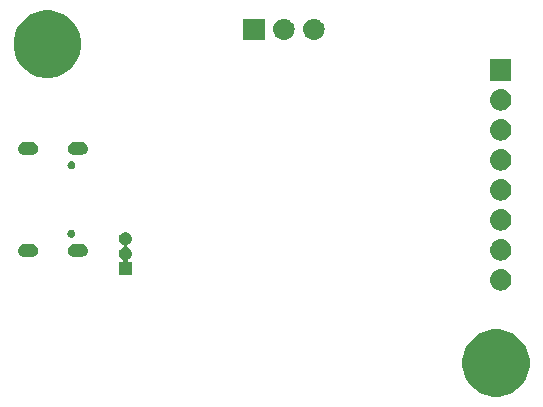
<source format=gbr>
G04 #@! TF.GenerationSoftware,KiCad,Pcbnew,(5.1.2-1)-1*
G04 #@! TF.CreationDate,2020-06-07T21:53:54+02:00*
G04 #@! TF.ProjectId,TeensyTest,5465656e-7379-4546-9573-742e6b696361,rev?*
G04 #@! TF.SameCoordinates,Original*
G04 #@! TF.FileFunction,Soldermask,Bot*
G04 #@! TF.FilePolarity,Negative*
%FSLAX46Y46*%
G04 Gerber Fmt 4.6, Leading zero omitted, Abs format (unit mm)*
G04 Created by KiCad (PCBNEW (5.1.2-1)-1) date 2020-06-07 21:53:54*
%MOMM*%
%LPD*%
G04 APERTURE LIST*
%ADD10C,0.100000*%
G04 APERTURE END LIST*
D10*
G36*
X57931606Y-63618562D02*
G01*
X58450455Y-63833476D01*
X58917407Y-64145484D01*
X59314516Y-64542593D01*
X59626524Y-65009545D01*
X59841438Y-65528394D01*
X59951000Y-66079201D01*
X59951000Y-66640799D01*
X59841438Y-67191606D01*
X59626524Y-67710455D01*
X59314516Y-68177407D01*
X58917407Y-68574516D01*
X58450455Y-68886524D01*
X57931606Y-69101438D01*
X57380800Y-69211000D01*
X56819200Y-69211000D01*
X56268394Y-69101438D01*
X55749545Y-68886524D01*
X55282593Y-68574516D01*
X54885484Y-68177407D01*
X54573476Y-67710455D01*
X54358562Y-67191606D01*
X54249000Y-66640799D01*
X54249000Y-66079201D01*
X54358562Y-65528394D01*
X54573476Y-65009545D01*
X54885484Y-64542593D01*
X55282593Y-64145484D01*
X55749545Y-63833476D01*
X56268394Y-63618562D01*
X56819200Y-63509000D01*
X57380800Y-63509000D01*
X57931606Y-63618562D01*
X57931606Y-63618562D01*
G37*
G36*
X57610443Y-58425519D02*
G01*
X57676627Y-58432037D01*
X57846466Y-58483557D01*
X58002991Y-58567222D01*
X58038729Y-58596552D01*
X58140186Y-58679814D01*
X58223448Y-58781271D01*
X58252778Y-58817009D01*
X58336443Y-58973534D01*
X58387963Y-59143373D01*
X58405359Y-59320000D01*
X58387963Y-59496627D01*
X58336443Y-59666466D01*
X58252778Y-59822991D01*
X58223448Y-59858729D01*
X58140186Y-59960186D01*
X58038729Y-60043448D01*
X58002991Y-60072778D01*
X57846466Y-60156443D01*
X57676627Y-60207963D01*
X57610442Y-60214482D01*
X57544260Y-60221000D01*
X57455740Y-60221000D01*
X57389558Y-60214482D01*
X57323373Y-60207963D01*
X57153534Y-60156443D01*
X56997009Y-60072778D01*
X56961271Y-60043448D01*
X56859814Y-59960186D01*
X56776552Y-59858729D01*
X56747222Y-59822991D01*
X56663557Y-59666466D01*
X56612037Y-59496627D01*
X56594641Y-59320000D01*
X56612037Y-59143373D01*
X56663557Y-58973534D01*
X56747222Y-58817009D01*
X56776552Y-58781271D01*
X56859814Y-58679814D01*
X56961271Y-58596552D01*
X56997009Y-58567222D01*
X57153534Y-58483557D01*
X57323373Y-58432037D01*
X57389557Y-58425519D01*
X57455740Y-58419000D01*
X57544260Y-58419000D01*
X57610443Y-58425519D01*
X57610443Y-58425519D01*
G37*
G36*
X25808015Y-55276973D02*
G01*
X25911879Y-55308479D01*
X25939055Y-55323005D01*
X26007600Y-55359643D01*
X26091501Y-55428499D01*
X26160357Y-55512400D01*
X26185095Y-55558682D01*
X26211521Y-55608121D01*
X26243027Y-55711985D01*
X26253666Y-55820000D01*
X26243027Y-55928015D01*
X26211521Y-56031879D01*
X26211519Y-56031882D01*
X26160357Y-56127600D01*
X26091501Y-56211501D01*
X26007600Y-56280357D01*
X25950381Y-56310941D01*
X25911879Y-56331521D01*
X25899131Y-56335388D01*
X25876504Y-56344760D01*
X25856130Y-56358374D01*
X25838803Y-56375701D01*
X25825189Y-56396075D01*
X25815812Y-56418714D01*
X25811031Y-56442747D01*
X25811031Y-56467251D01*
X25815811Y-56491285D01*
X25825188Y-56513924D01*
X25838802Y-56534298D01*
X25856129Y-56551625D01*
X25876503Y-56565239D01*
X25899131Y-56574612D01*
X25911879Y-56578479D01*
X25939055Y-56593005D01*
X26007600Y-56629643D01*
X26091501Y-56698499D01*
X26160357Y-56782400D01*
X26180454Y-56819999D01*
X26211521Y-56878121D01*
X26243027Y-56981985D01*
X26253666Y-57090000D01*
X26243027Y-57198015D01*
X26211521Y-57301879D01*
X26211519Y-57301882D01*
X26160357Y-57397600D01*
X26091501Y-57481501D01*
X26007600Y-57550356D01*
X25963807Y-57573764D01*
X25943437Y-57587375D01*
X25926110Y-57604702D01*
X25912496Y-57625076D01*
X25903119Y-57647715D01*
X25898338Y-57671748D01*
X25898338Y-57696252D01*
X25903118Y-57720286D01*
X25912495Y-57742924D01*
X25926109Y-57763299D01*
X25943436Y-57780626D01*
X25963810Y-57794240D01*
X25986449Y-57803617D01*
X26010482Y-57808398D01*
X26022735Y-57809000D01*
X26251000Y-57809000D01*
X26251000Y-58911000D01*
X25149000Y-58911000D01*
X25149000Y-57809000D01*
X25377265Y-57809000D01*
X25401651Y-57806598D01*
X25425100Y-57799485D01*
X25446711Y-57787934D01*
X25465653Y-57772389D01*
X25481198Y-57753447D01*
X25492749Y-57731836D01*
X25499862Y-57708387D01*
X25502264Y-57684001D01*
X25499862Y-57659615D01*
X25492749Y-57636166D01*
X25481198Y-57614555D01*
X25465653Y-57595613D01*
X25446711Y-57580068D01*
X25436198Y-57573767D01*
X25392400Y-57550356D01*
X25308499Y-57481501D01*
X25239643Y-57397600D01*
X25188481Y-57301882D01*
X25188479Y-57301879D01*
X25156973Y-57198015D01*
X25146334Y-57090000D01*
X25156973Y-56981985D01*
X25188479Y-56878121D01*
X25219546Y-56819999D01*
X25239643Y-56782400D01*
X25308499Y-56698499D01*
X25392400Y-56629643D01*
X25460945Y-56593005D01*
X25488121Y-56578479D01*
X25500869Y-56574612D01*
X25523496Y-56565240D01*
X25543870Y-56551626D01*
X25561197Y-56534299D01*
X25574811Y-56513925D01*
X25584188Y-56491286D01*
X25588969Y-56467253D01*
X25588969Y-56442749D01*
X25584189Y-56418715D01*
X25574812Y-56396076D01*
X25561198Y-56375702D01*
X25543871Y-56358375D01*
X25523497Y-56344761D01*
X25500869Y-56335388D01*
X25488121Y-56331521D01*
X25449619Y-56310941D01*
X25392400Y-56280357D01*
X25308499Y-56211501D01*
X25239643Y-56127600D01*
X25188481Y-56031882D01*
X25188479Y-56031879D01*
X25156973Y-55928015D01*
X25146334Y-55820000D01*
X25156973Y-55711985D01*
X25188479Y-55608121D01*
X25214905Y-55558682D01*
X25239643Y-55512400D01*
X25308499Y-55428499D01*
X25392400Y-55359643D01*
X25460945Y-55323005D01*
X25488121Y-55308479D01*
X25591985Y-55276973D01*
X25672933Y-55269000D01*
X25727067Y-55269000D01*
X25808015Y-55276973D01*
X25808015Y-55276973D01*
G37*
G36*
X57610442Y-55885518D02*
G01*
X57676627Y-55892037D01*
X57846466Y-55943557D01*
X58002991Y-56027222D01*
X58008669Y-56031882D01*
X58140186Y-56139814D01*
X58199017Y-56211501D01*
X58252778Y-56277009D01*
X58281914Y-56331519D01*
X58328522Y-56418714D01*
X58336443Y-56433534D01*
X58387963Y-56603373D01*
X58405359Y-56780000D01*
X58387963Y-56956627D01*
X58336443Y-57126466D01*
X58252778Y-57282991D01*
X58237277Y-57301879D01*
X58140186Y-57420186D01*
X58065472Y-57481501D01*
X58002991Y-57532778D01*
X57846466Y-57616443D01*
X57676627Y-57667963D01*
X57610442Y-57674482D01*
X57544260Y-57681000D01*
X57455740Y-57681000D01*
X57389558Y-57674482D01*
X57323373Y-57667963D01*
X57153534Y-57616443D01*
X56997009Y-57532778D01*
X56934528Y-57481501D01*
X56859814Y-57420186D01*
X56762723Y-57301879D01*
X56747222Y-57282991D01*
X56663557Y-57126466D01*
X56612037Y-56956627D01*
X56594641Y-56780000D01*
X56612037Y-56603373D01*
X56663557Y-56433534D01*
X56671479Y-56418714D01*
X56718086Y-56331519D01*
X56747222Y-56277009D01*
X56800983Y-56211501D01*
X56859814Y-56139814D01*
X56991331Y-56031882D01*
X56997009Y-56027222D01*
X57153534Y-55943557D01*
X57323373Y-55892037D01*
X57389558Y-55885518D01*
X57455740Y-55879000D01*
X57544260Y-55879000D01*
X57610442Y-55885518D01*
X57610442Y-55885518D01*
G37*
G36*
X22087495Y-56279586D02*
G01*
X22190859Y-56310941D01*
X22286119Y-56361859D01*
X22369616Y-56430383D01*
X22438140Y-56513880D01*
X22489058Y-56609140D01*
X22520413Y-56712504D01*
X22531000Y-56819999D01*
X22531000Y-56820001D01*
X22520413Y-56927496D01*
X22489058Y-57030860D01*
X22438140Y-57126120D01*
X22369616Y-57209617D01*
X22286119Y-57278141D01*
X22190859Y-57329059D01*
X22087495Y-57360414D01*
X21980000Y-57371001D01*
X21380000Y-57371001D01*
X21272505Y-57360414D01*
X21169141Y-57329059D01*
X21073881Y-57278141D01*
X20990384Y-57209617D01*
X20921860Y-57126120D01*
X20870942Y-57030860D01*
X20839587Y-56927496D01*
X20829000Y-56820001D01*
X20829000Y-56819999D01*
X20839587Y-56712504D01*
X20870942Y-56609140D01*
X20921860Y-56513880D01*
X20990384Y-56430383D01*
X21073881Y-56361859D01*
X21169141Y-56310941D01*
X21272505Y-56279586D01*
X21380000Y-56268999D01*
X21980000Y-56268999D01*
X22087495Y-56279586D01*
X22087495Y-56279586D01*
G37*
G36*
X17907495Y-56279586D02*
G01*
X18010859Y-56310941D01*
X18106119Y-56361859D01*
X18189616Y-56430383D01*
X18258140Y-56513880D01*
X18309058Y-56609140D01*
X18340413Y-56712504D01*
X18351000Y-56819999D01*
X18351000Y-56820001D01*
X18340413Y-56927496D01*
X18309058Y-57030860D01*
X18258140Y-57126120D01*
X18189616Y-57209617D01*
X18106119Y-57278141D01*
X18010859Y-57329059D01*
X17907495Y-57360414D01*
X17800000Y-57371001D01*
X17200000Y-57371001D01*
X17092505Y-57360414D01*
X16989141Y-57329059D01*
X16893881Y-57278141D01*
X16810384Y-57209617D01*
X16741860Y-57126120D01*
X16690942Y-57030860D01*
X16659587Y-56927496D01*
X16649000Y-56820001D01*
X16649000Y-56819999D01*
X16659587Y-56712504D01*
X16690942Y-56609140D01*
X16741860Y-56513880D01*
X16810384Y-56430383D01*
X16893881Y-56361859D01*
X16989141Y-56310941D01*
X17092505Y-56279586D01*
X17200000Y-56268999D01*
X17800000Y-56268999D01*
X17907495Y-56279586D01*
X17907495Y-56279586D01*
G37*
G36*
X21247713Y-55077872D02*
G01*
X21308684Y-55103128D01*
X21345852Y-55127963D01*
X21363550Y-55139788D01*
X21410212Y-55186450D01*
X21410214Y-55186453D01*
X21446872Y-55241316D01*
X21472128Y-55302287D01*
X21485000Y-55367003D01*
X21485000Y-55432997D01*
X21472128Y-55497713D01*
X21446872Y-55558684D01*
X21410698Y-55612822D01*
X21410212Y-55613550D01*
X21363550Y-55660212D01*
X21363547Y-55660214D01*
X21308684Y-55696872D01*
X21247713Y-55722128D01*
X21182997Y-55735000D01*
X21117003Y-55735000D01*
X21052287Y-55722128D01*
X20991316Y-55696872D01*
X20936453Y-55660214D01*
X20936450Y-55660212D01*
X20889788Y-55613550D01*
X20889302Y-55612822D01*
X20853128Y-55558684D01*
X20827872Y-55497713D01*
X20815000Y-55432997D01*
X20815000Y-55367003D01*
X20827872Y-55302287D01*
X20853128Y-55241316D01*
X20889786Y-55186453D01*
X20889788Y-55186450D01*
X20936450Y-55139788D01*
X20954148Y-55127963D01*
X20991316Y-55103128D01*
X21052287Y-55077872D01*
X21117003Y-55065000D01*
X21182997Y-55065000D01*
X21247713Y-55077872D01*
X21247713Y-55077872D01*
G37*
G36*
X57610442Y-53345518D02*
G01*
X57676627Y-53352037D01*
X57846466Y-53403557D01*
X58002991Y-53487222D01*
X58038729Y-53516552D01*
X58140186Y-53599814D01*
X58223448Y-53701271D01*
X58252778Y-53737009D01*
X58336443Y-53893534D01*
X58387963Y-54063373D01*
X58405359Y-54240000D01*
X58387963Y-54416627D01*
X58336443Y-54586466D01*
X58252778Y-54742991D01*
X58223448Y-54778729D01*
X58140186Y-54880186D01*
X58038729Y-54963448D01*
X58002991Y-54992778D01*
X57846466Y-55076443D01*
X57676627Y-55127963D01*
X57610442Y-55134482D01*
X57544260Y-55141000D01*
X57455740Y-55141000D01*
X57389558Y-55134482D01*
X57323373Y-55127963D01*
X57153534Y-55076443D01*
X56997009Y-54992778D01*
X56961271Y-54963448D01*
X56859814Y-54880186D01*
X56776552Y-54778729D01*
X56747222Y-54742991D01*
X56663557Y-54586466D01*
X56612037Y-54416627D01*
X56594641Y-54240000D01*
X56612037Y-54063373D01*
X56663557Y-53893534D01*
X56747222Y-53737009D01*
X56776552Y-53701271D01*
X56859814Y-53599814D01*
X56961271Y-53516552D01*
X56997009Y-53487222D01*
X57153534Y-53403557D01*
X57323373Y-53352037D01*
X57389558Y-53345518D01*
X57455740Y-53339000D01*
X57544260Y-53339000D01*
X57610442Y-53345518D01*
X57610442Y-53345518D01*
G37*
G36*
X57610443Y-50805519D02*
G01*
X57676627Y-50812037D01*
X57846466Y-50863557D01*
X58002991Y-50947222D01*
X58038729Y-50976552D01*
X58140186Y-51059814D01*
X58223448Y-51161271D01*
X58252778Y-51197009D01*
X58336443Y-51353534D01*
X58387963Y-51523373D01*
X58405359Y-51700000D01*
X58387963Y-51876627D01*
X58336443Y-52046466D01*
X58252778Y-52202991D01*
X58223448Y-52238729D01*
X58140186Y-52340186D01*
X58038729Y-52423448D01*
X58002991Y-52452778D01*
X57846466Y-52536443D01*
X57676627Y-52587963D01*
X57610443Y-52594481D01*
X57544260Y-52601000D01*
X57455740Y-52601000D01*
X57389558Y-52594482D01*
X57323373Y-52587963D01*
X57153534Y-52536443D01*
X56997009Y-52452778D01*
X56961271Y-52423448D01*
X56859814Y-52340186D01*
X56776552Y-52238729D01*
X56747222Y-52202991D01*
X56663557Y-52046466D01*
X56612037Y-51876627D01*
X56594641Y-51700000D01*
X56612037Y-51523373D01*
X56663557Y-51353534D01*
X56747222Y-51197009D01*
X56776552Y-51161271D01*
X56859814Y-51059814D01*
X56961271Y-50976552D01*
X56997009Y-50947222D01*
X57153534Y-50863557D01*
X57323373Y-50812037D01*
X57389558Y-50805518D01*
X57455740Y-50799000D01*
X57544260Y-50799000D01*
X57610443Y-50805519D01*
X57610443Y-50805519D01*
G37*
G36*
X57610442Y-48265518D02*
G01*
X57676627Y-48272037D01*
X57846466Y-48323557D01*
X58002991Y-48407222D01*
X58038729Y-48436552D01*
X58140186Y-48519814D01*
X58223448Y-48621271D01*
X58252778Y-48657009D01*
X58336443Y-48813534D01*
X58387963Y-48983373D01*
X58405359Y-49160000D01*
X58387963Y-49336627D01*
X58336443Y-49506466D01*
X58252778Y-49662991D01*
X58224282Y-49697713D01*
X58140186Y-49800186D01*
X58038729Y-49883448D01*
X58002991Y-49912778D01*
X57846466Y-49996443D01*
X57676627Y-50047963D01*
X57610442Y-50054482D01*
X57544260Y-50061000D01*
X57455740Y-50061000D01*
X57389557Y-50054481D01*
X57323373Y-50047963D01*
X57153534Y-49996443D01*
X56997009Y-49912778D01*
X56961271Y-49883448D01*
X56859814Y-49800186D01*
X56775718Y-49697713D01*
X56747222Y-49662991D01*
X56663557Y-49506466D01*
X56612037Y-49336627D01*
X56594641Y-49160000D01*
X56612037Y-48983373D01*
X56663557Y-48813534D01*
X56747222Y-48657009D01*
X56776552Y-48621271D01*
X56859814Y-48519814D01*
X56961271Y-48436552D01*
X56997009Y-48407222D01*
X57153534Y-48323557D01*
X57323373Y-48272037D01*
X57389558Y-48265518D01*
X57455740Y-48259000D01*
X57544260Y-48259000D01*
X57610442Y-48265518D01*
X57610442Y-48265518D01*
G37*
G36*
X21247713Y-49277872D02*
G01*
X21308684Y-49303128D01*
X21358816Y-49336625D01*
X21363550Y-49339788D01*
X21410212Y-49386450D01*
X21410214Y-49386453D01*
X21446872Y-49441316D01*
X21472128Y-49502287D01*
X21485000Y-49567003D01*
X21485000Y-49632997D01*
X21472128Y-49697713D01*
X21451537Y-49747423D01*
X21446873Y-49758682D01*
X21410212Y-49813550D01*
X21363550Y-49860212D01*
X21363547Y-49860214D01*
X21308684Y-49896872D01*
X21247713Y-49922128D01*
X21182997Y-49935000D01*
X21117003Y-49935000D01*
X21052287Y-49922128D01*
X20991316Y-49896872D01*
X20936453Y-49860214D01*
X20936450Y-49860212D01*
X20889788Y-49813550D01*
X20853127Y-49758682D01*
X20848463Y-49747423D01*
X20827872Y-49697713D01*
X20815000Y-49632997D01*
X20815000Y-49567003D01*
X20827872Y-49502287D01*
X20853128Y-49441316D01*
X20889786Y-49386453D01*
X20889788Y-49386450D01*
X20936450Y-49339788D01*
X20941184Y-49336625D01*
X20991316Y-49303128D01*
X21052287Y-49277872D01*
X21117003Y-49265000D01*
X21182997Y-49265000D01*
X21247713Y-49277872D01*
X21247713Y-49277872D01*
G37*
G36*
X17907495Y-47639586D02*
G01*
X18010859Y-47670941D01*
X18106119Y-47721859D01*
X18189616Y-47790383D01*
X18258140Y-47873880D01*
X18309058Y-47969140D01*
X18340413Y-48072504D01*
X18351000Y-48179999D01*
X18351000Y-48180001D01*
X18340413Y-48287496D01*
X18309058Y-48390860D01*
X18258140Y-48486120D01*
X18189616Y-48569617D01*
X18106119Y-48638141D01*
X18010859Y-48689059D01*
X17907495Y-48720414D01*
X17800000Y-48731001D01*
X17200000Y-48731001D01*
X17092505Y-48720414D01*
X16989141Y-48689059D01*
X16893881Y-48638141D01*
X16810384Y-48569617D01*
X16741860Y-48486120D01*
X16690942Y-48390860D01*
X16659587Y-48287496D01*
X16649000Y-48180001D01*
X16649000Y-48179999D01*
X16659587Y-48072504D01*
X16690942Y-47969140D01*
X16741860Y-47873880D01*
X16810384Y-47790383D01*
X16893881Y-47721859D01*
X16989141Y-47670941D01*
X17092505Y-47639586D01*
X17200000Y-47628999D01*
X17800000Y-47628999D01*
X17907495Y-47639586D01*
X17907495Y-47639586D01*
G37*
G36*
X22087495Y-47639586D02*
G01*
X22190859Y-47670941D01*
X22286119Y-47721859D01*
X22369616Y-47790383D01*
X22438140Y-47873880D01*
X22489058Y-47969140D01*
X22520413Y-48072504D01*
X22531000Y-48179999D01*
X22531000Y-48180001D01*
X22520413Y-48287496D01*
X22489058Y-48390860D01*
X22438140Y-48486120D01*
X22369616Y-48569617D01*
X22286119Y-48638141D01*
X22190859Y-48689059D01*
X22087495Y-48720414D01*
X21980000Y-48731001D01*
X21380000Y-48731001D01*
X21272505Y-48720414D01*
X21169141Y-48689059D01*
X21073881Y-48638141D01*
X20990384Y-48569617D01*
X20921860Y-48486120D01*
X20870942Y-48390860D01*
X20839587Y-48287496D01*
X20829000Y-48180001D01*
X20829000Y-48179999D01*
X20839587Y-48072504D01*
X20870942Y-47969140D01*
X20921860Y-47873880D01*
X20990384Y-47790383D01*
X21073881Y-47721859D01*
X21169141Y-47670941D01*
X21272505Y-47639586D01*
X21380000Y-47628999D01*
X21980000Y-47628999D01*
X22087495Y-47639586D01*
X22087495Y-47639586D01*
G37*
G36*
X57610443Y-45725519D02*
G01*
X57676627Y-45732037D01*
X57846466Y-45783557D01*
X58002991Y-45867222D01*
X58038729Y-45896552D01*
X58140186Y-45979814D01*
X58223448Y-46081271D01*
X58252778Y-46117009D01*
X58336443Y-46273534D01*
X58387963Y-46443373D01*
X58405359Y-46620000D01*
X58387963Y-46796627D01*
X58336443Y-46966466D01*
X58252778Y-47122991D01*
X58223448Y-47158729D01*
X58140186Y-47260186D01*
X58038729Y-47343448D01*
X58002991Y-47372778D01*
X57846466Y-47456443D01*
X57676627Y-47507963D01*
X57610443Y-47514481D01*
X57544260Y-47521000D01*
X57455740Y-47521000D01*
X57389557Y-47514481D01*
X57323373Y-47507963D01*
X57153534Y-47456443D01*
X56997009Y-47372778D01*
X56961271Y-47343448D01*
X56859814Y-47260186D01*
X56776552Y-47158729D01*
X56747222Y-47122991D01*
X56663557Y-46966466D01*
X56612037Y-46796627D01*
X56594641Y-46620000D01*
X56612037Y-46443373D01*
X56663557Y-46273534D01*
X56747222Y-46117009D01*
X56776552Y-46081271D01*
X56859814Y-45979814D01*
X56961271Y-45896552D01*
X56997009Y-45867222D01*
X57153534Y-45783557D01*
X57323373Y-45732037D01*
X57389557Y-45725519D01*
X57455740Y-45719000D01*
X57544260Y-45719000D01*
X57610443Y-45725519D01*
X57610443Y-45725519D01*
G37*
G36*
X57610443Y-43185519D02*
G01*
X57676627Y-43192037D01*
X57846466Y-43243557D01*
X58002991Y-43327222D01*
X58038729Y-43356552D01*
X58140186Y-43439814D01*
X58223448Y-43541271D01*
X58252778Y-43577009D01*
X58336443Y-43733534D01*
X58387963Y-43903373D01*
X58405359Y-44080000D01*
X58387963Y-44256627D01*
X58336443Y-44426466D01*
X58252778Y-44582991D01*
X58223448Y-44618729D01*
X58140186Y-44720186D01*
X58038729Y-44803448D01*
X58002991Y-44832778D01*
X57846466Y-44916443D01*
X57676627Y-44967963D01*
X57610442Y-44974482D01*
X57544260Y-44981000D01*
X57455740Y-44981000D01*
X57389558Y-44974482D01*
X57323373Y-44967963D01*
X57153534Y-44916443D01*
X56997009Y-44832778D01*
X56961271Y-44803448D01*
X56859814Y-44720186D01*
X56776552Y-44618729D01*
X56747222Y-44582991D01*
X56663557Y-44426466D01*
X56612037Y-44256627D01*
X56594641Y-44080000D01*
X56612037Y-43903373D01*
X56663557Y-43733534D01*
X56747222Y-43577009D01*
X56776552Y-43541271D01*
X56859814Y-43439814D01*
X56961271Y-43356552D01*
X56997009Y-43327222D01*
X57153534Y-43243557D01*
X57323373Y-43192037D01*
X57389557Y-43185519D01*
X57455740Y-43179000D01*
X57544260Y-43179000D01*
X57610443Y-43185519D01*
X57610443Y-43185519D01*
G37*
G36*
X58401000Y-42441000D02*
G01*
X56599000Y-42441000D01*
X56599000Y-40639000D01*
X58401000Y-40639000D01*
X58401000Y-42441000D01*
X58401000Y-42441000D01*
G37*
G36*
X19656202Y-36563781D02*
G01*
X19931606Y-36618562D01*
X20450455Y-36833476D01*
X20824524Y-37083421D01*
X20917406Y-37145483D01*
X21314517Y-37542594D01*
X21357559Y-37607011D01*
X21626524Y-38009545D01*
X21841438Y-38528394D01*
X21951000Y-39079201D01*
X21951000Y-39640799D01*
X21841438Y-40191606D01*
X21626524Y-40710455D01*
X21314516Y-41177407D01*
X20917407Y-41574516D01*
X20450455Y-41886524D01*
X19931606Y-42101438D01*
X19656202Y-42156219D01*
X19380800Y-42211000D01*
X18819200Y-42211000D01*
X18543798Y-42156219D01*
X18268394Y-42101438D01*
X17749545Y-41886524D01*
X17282593Y-41574516D01*
X16885484Y-41177407D01*
X16573476Y-40710455D01*
X16358562Y-40191606D01*
X16249000Y-39640799D01*
X16249000Y-39079201D01*
X16358562Y-38528394D01*
X16573476Y-38009545D01*
X16842441Y-37607011D01*
X16885483Y-37542594D01*
X17282594Y-37145483D01*
X17375476Y-37083421D01*
X17749545Y-36833476D01*
X18268394Y-36618562D01*
X18543798Y-36563781D01*
X18819200Y-36509000D01*
X19380800Y-36509000D01*
X19656202Y-36563781D01*
X19656202Y-36563781D01*
G37*
G36*
X37501000Y-39011000D02*
G01*
X35699000Y-39011000D01*
X35699000Y-37209000D01*
X37501000Y-37209000D01*
X37501000Y-39011000D01*
X37501000Y-39011000D01*
G37*
G36*
X39250443Y-37215519D02*
G01*
X39316627Y-37222037D01*
X39486466Y-37273557D01*
X39642991Y-37357222D01*
X39678729Y-37386552D01*
X39780186Y-37469814D01*
X39839913Y-37542593D01*
X39892778Y-37607009D01*
X39976443Y-37763534D01*
X40027963Y-37933373D01*
X40045359Y-38110000D01*
X40027963Y-38286627D01*
X39976443Y-38456466D01*
X39892778Y-38612991D01*
X39863448Y-38648729D01*
X39780186Y-38750186D01*
X39678729Y-38833448D01*
X39642991Y-38862778D01*
X39486466Y-38946443D01*
X39316627Y-38997963D01*
X39250443Y-39004481D01*
X39184260Y-39011000D01*
X39095740Y-39011000D01*
X39029557Y-39004481D01*
X38963373Y-38997963D01*
X38793534Y-38946443D01*
X38637009Y-38862778D01*
X38601271Y-38833448D01*
X38499814Y-38750186D01*
X38416552Y-38648729D01*
X38387222Y-38612991D01*
X38303557Y-38456466D01*
X38252037Y-38286627D01*
X38234641Y-38110000D01*
X38252037Y-37933373D01*
X38303557Y-37763534D01*
X38387222Y-37607009D01*
X38440087Y-37542593D01*
X38499814Y-37469814D01*
X38601271Y-37386552D01*
X38637009Y-37357222D01*
X38793534Y-37273557D01*
X38963373Y-37222037D01*
X39029557Y-37215519D01*
X39095740Y-37209000D01*
X39184260Y-37209000D01*
X39250443Y-37215519D01*
X39250443Y-37215519D01*
G37*
G36*
X41790443Y-37215519D02*
G01*
X41856627Y-37222037D01*
X42026466Y-37273557D01*
X42182991Y-37357222D01*
X42218729Y-37386552D01*
X42320186Y-37469814D01*
X42379913Y-37542593D01*
X42432778Y-37607009D01*
X42516443Y-37763534D01*
X42567963Y-37933373D01*
X42585359Y-38110000D01*
X42567963Y-38286627D01*
X42516443Y-38456466D01*
X42432778Y-38612991D01*
X42403448Y-38648729D01*
X42320186Y-38750186D01*
X42218729Y-38833448D01*
X42182991Y-38862778D01*
X42026466Y-38946443D01*
X41856627Y-38997963D01*
X41790443Y-39004481D01*
X41724260Y-39011000D01*
X41635740Y-39011000D01*
X41569557Y-39004481D01*
X41503373Y-38997963D01*
X41333534Y-38946443D01*
X41177009Y-38862778D01*
X41141271Y-38833448D01*
X41039814Y-38750186D01*
X40956552Y-38648729D01*
X40927222Y-38612991D01*
X40843557Y-38456466D01*
X40792037Y-38286627D01*
X40774641Y-38110000D01*
X40792037Y-37933373D01*
X40843557Y-37763534D01*
X40927222Y-37607009D01*
X40980087Y-37542593D01*
X41039814Y-37469814D01*
X41141271Y-37386552D01*
X41177009Y-37357222D01*
X41333534Y-37273557D01*
X41503373Y-37222037D01*
X41569557Y-37215519D01*
X41635740Y-37209000D01*
X41724260Y-37209000D01*
X41790443Y-37215519D01*
X41790443Y-37215519D01*
G37*
M02*

</source>
